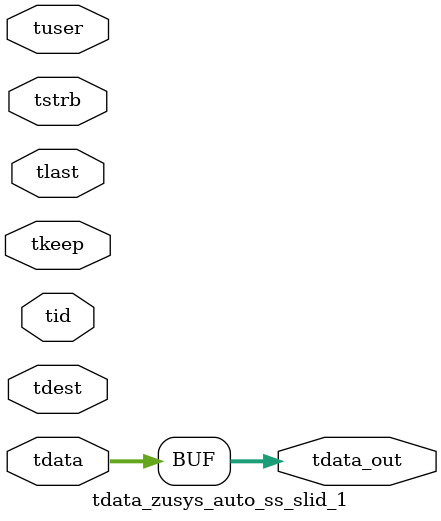
<source format=v>


`timescale 1ps/1ps

module tdata_zusys_auto_ss_slid_1 #
(
parameter C_S_AXIS_TDATA_WIDTH = 32,
parameter C_S_AXIS_TUSER_WIDTH = 0,
parameter C_S_AXIS_TID_WIDTH   = 0,
parameter C_S_AXIS_TDEST_WIDTH = 0,
parameter C_M_AXIS_TDATA_WIDTH = 32
)
(
input  [(C_S_AXIS_TDATA_WIDTH == 0 ? 1 : C_S_AXIS_TDATA_WIDTH)-1:0     ] tdata,
input  [(C_S_AXIS_TUSER_WIDTH == 0 ? 1 : C_S_AXIS_TUSER_WIDTH)-1:0     ] tuser,
input  [(C_S_AXIS_TID_WIDTH   == 0 ? 1 : C_S_AXIS_TID_WIDTH)-1:0       ] tid,
input  [(C_S_AXIS_TDEST_WIDTH == 0 ? 1 : C_S_AXIS_TDEST_WIDTH)-1:0     ] tdest,
input  [(C_S_AXIS_TDATA_WIDTH/8)-1:0 ] tkeep,
input  [(C_S_AXIS_TDATA_WIDTH/8)-1:0 ] tstrb,
input                                                                    tlast,
output [C_M_AXIS_TDATA_WIDTH-1:0] tdata_out
);

assign tdata_out = {tdata[31:0]};

endmodule


</source>
